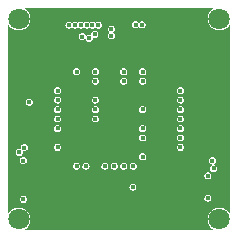
<source format=gbr>
%TF.GenerationSoftware,KiCad,Pcbnew,9.0.2*%
%TF.CreationDate,2025-10-20T10:27:04+08:00*%
%TF.ProjectId,IMX415,494d5834-3135-42e6-9b69-6361645f7063,rev?*%
%TF.SameCoordinates,Original*%
%TF.FileFunction,Copper,L2,Inr*%
%TF.FilePolarity,Positive*%
%FSLAX46Y46*%
G04 Gerber Fmt 4.6, Leading zero omitted, Abs format (unit mm)*
G04 Created by KiCad (PCBNEW 9.0.2) date 2025-10-20 10:27:04*
%MOMM*%
%LPD*%
G01*
G04 APERTURE LIST*
%TA.AperFunction,ComponentPad*%
%ADD10C,1.800000*%
%TD*%
%TA.AperFunction,ViaPad*%
%ADD11C,0.400000*%
%TD*%
G04 APERTURE END LIST*
D10*
%TO.N,*%
%TO.C,J1*%
X154753700Y-101950271D03*
X154753700Y-118950271D03*
X171753700Y-101950271D03*
X171753700Y-118950271D03*
%TD*%
D11*
%TO.N,GND*%
X158928700Y-104125000D03*
X165960000Y-102460000D03*
%TO.N,VCC*%
X155230000Y-112880000D03*
X154810000Y-113270000D03*
X171250000Y-114640000D03*
X171160000Y-113990000D03*
X170780000Y-117160000D03*
X170780000Y-115260000D03*
X155140001Y-113969999D03*
X161500000Y-102500000D03*
X161000000Y-102500000D03*
X160500000Y-102500000D03*
X160000000Y-102500000D03*
X159500000Y-102500000D03*
X159000000Y-102500000D03*
%TO.N,/SCL*%
X160130000Y-103475000D03*
%TO.N,/XCLR*%
X161191200Y-103278800D03*
%TO.N,GND*%
X159653701Y-110450271D03*
X166853700Y-112050271D03*
%TO.N,/INCK*%
X155655000Y-109025000D03*
%TO.N,/SDA*%
X160725000Y-103620000D03*
%TO.N,AVDD*%
X161253700Y-109650271D03*
X161253701Y-108850272D03*
X165253700Y-112050271D03*
X165253700Y-111250271D03*
X165253700Y-109650271D03*
X161253700Y-110450271D03*
%TO.N,GND*%
X166853700Y-111250271D03*
X164130000Y-104770000D03*
X168478700Y-101815000D03*
X160453701Y-109650272D03*
X163470000Y-105850000D03*
X160453700Y-111250270D03*
X159653700Y-108050271D03*
X161253700Y-113650271D03*
X163128700Y-101815000D03*
X166853700Y-108850271D03*
X166853700Y-113650271D03*
X157778700Y-101815000D03*
X160453700Y-107250271D03*
X161930000Y-103030000D03*
X158853700Y-108850271D03*
X165253701Y-110450271D03*
X166053700Y-108850271D03*
X158053700Y-112050271D03*
X160453700Y-113650271D03*
X159653700Y-111250271D03*
X162053700Y-113650271D03*
X168728700Y-104114999D03*
X166053700Y-108050271D03*
X157528700Y-104114999D03*
X158853700Y-108050271D03*
%TO.N,OVDD*%
X162853700Y-114450271D03*
X158053700Y-108850271D03*
X158053701Y-109650271D03*
X168453700Y-111250271D03*
X155150000Y-117250000D03*
X164430000Y-116209999D03*
%TO.N,DVDD*%
X168453700Y-109650271D03*
X158053700Y-111250271D03*
X158053700Y-108050271D03*
X168453700Y-108050271D03*
X168453700Y-112050271D03*
X168453700Y-108850271D03*
X158053700Y-110450271D03*
X168453700Y-112850271D03*
X168453700Y-110450271D03*
X159653700Y-106450272D03*
X162053700Y-114450271D03*
%TO.N,Net-(U1A-VRLRS)*%
X159653700Y-114450272D03*
%TO.N,Net-(U1A-VRHT)*%
X158053700Y-112850271D03*
%TO.N,Net-(U1A-VRLT)*%
X160453700Y-114450271D03*
%TO.N,/SDA*%
X164453700Y-114450271D03*
%TO.N,/SCL*%
X165253700Y-113650271D03*
%TO.N,/DMO2N*%
X165253700Y-107250271D03*
%TO.N,/DMO3P*%
X161253700Y-107250271D03*
%TO.N,/DCKP*%
X163653700Y-107250272D03*
%TO.N,/DCKN*%
X163653701Y-106450272D03*
%TO.N,/DMO3N*%
X161253700Y-106450270D03*
%TO.N,GND*%
X163653700Y-113650271D03*
%TO.N,/DMO1N*%
X162610000Y-103395000D03*
%TO.N,/DMO4N*%
X164653700Y-102477645D03*
%TO.N,/DMO4P*%
X165203700Y-102477645D03*
%TO.N,/DMO1P*%
X162610000Y-102845000D03*
%TO.N,/XCLR*%
X163653700Y-114450271D03*
%TO.N,/DMO2P*%
X165253700Y-106450270D03*
%TO.N,GND*%
X164453700Y-113650271D03*
%TD*%
%TA.AperFunction,Conductor*%
%TO.N,GND*%
G36*
X171172161Y-101065123D02*
G01*
X171186513Y-101099771D01*
X171172161Y-101134419D01*
X171164736Y-101140513D01*
X171115918Y-101173131D01*
X170976560Y-101312489D01*
X170867066Y-101476360D01*
X170791649Y-101658434D01*
X170791647Y-101658443D01*
X170753200Y-101851726D01*
X170753200Y-102048815D01*
X170791647Y-102242098D01*
X170791649Y-102242107D01*
X170867066Y-102424181D01*
X170867068Y-102424185D01*
X170929223Y-102517207D01*
X170976557Y-102588048D01*
X170976561Y-102588053D01*
X171115918Y-102727410D01*
X171279786Y-102836903D01*
X171461865Y-102912322D01*
X171655159Y-102950771D01*
X171852241Y-102950771D01*
X172045535Y-102912322D01*
X172227614Y-102836903D01*
X172391482Y-102727410D01*
X172530839Y-102588053D01*
X172563458Y-102539234D01*
X172594640Y-102518399D01*
X172631422Y-102525715D01*
X172652258Y-102556897D01*
X172653200Y-102566457D01*
X172653200Y-118334084D01*
X172638848Y-118368732D01*
X172604200Y-118383084D01*
X172569552Y-118368732D01*
X172563458Y-118361307D01*
X172530839Y-118312489D01*
X172391481Y-118173131D01*
X172337350Y-118136962D01*
X172227614Y-118063639D01*
X172227611Y-118063637D01*
X172227610Y-118063637D01*
X172045536Y-117988220D01*
X172045527Y-117988218D01*
X171852244Y-117949771D01*
X171852241Y-117949771D01*
X171655159Y-117949771D01*
X171655155Y-117949771D01*
X171461872Y-117988218D01*
X171461863Y-117988220D01*
X171279789Y-118063637D01*
X171115918Y-118173131D01*
X170976560Y-118312489D01*
X170867066Y-118476360D01*
X170791649Y-118658434D01*
X170791647Y-118658443D01*
X170753200Y-118851726D01*
X170753200Y-119048815D01*
X170791647Y-119242098D01*
X170791649Y-119242107D01*
X170867066Y-119424181D01*
X170867068Y-119424185D01*
X170940391Y-119533921D01*
X170976560Y-119588052D01*
X171115918Y-119727410D01*
X171164736Y-119760029D01*
X171185571Y-119791211D01*
X171178255Y-119827994D01*
X171147073Y-119848829D01*
X171137513Y-119849771D01*
X155369887Y-119849771D01*
X155335239Y-119835419D01*
X155320887Y-119800771D01*
X155335239Y-119766123D01*
X155342664Y-119760029D01*
X155391482Y-119727410D01*
X155530839Y-119588053D01*
X155640332Y-119424185D01*
X155715751Y-119242106D01*
X155754200Y-119048812D01*
X155754200Y-118851730D01*
X155715751Y-118658436D01*
X155640332Y-118476357D01*
X155530839Y-118312489D01*
X155391482Y-118173132D01*
X155227614Y-118063639D01*
X155227611Y-118063637D01*
X155227610Y-118063637D01*
X155045536Y-117988220D01*
X155045527Y-117988218D01*
X154852244Y-117949771D01*
X154852241Y-117949771D01*
X154655159Y-117949771D01*
X154655155Y-117949771D01*
X154461872Y-117988218D01*
X154461863Y-117988220D01*
X154279789Y-118063637D01*
X154115918Y-118173131D01*
X153976560Y-118312489D01*
X153943942Y-118361307D01*
X153912760Y-118382142D01*
X153875977Y-118374826D01*
X153855142Y-118343644D01*
X153854200Y-118334084D01*
X153854200Y-117210436D01*
X154849500Y-117210436D01*
X154849500Y-117289563D01*
X154869979Y-117365989D01*
X154869979Y-117365991D01*
X154909540Y-117434511D01*
X154965489Y-117490460D01*
X155034011Y-117530021D01*
X155069478Y-117539524D01*
X155110436Y-117550500D01*
X155110438Y-117550500D01*
X155189564Y-117550500D01*
X155216230Y-117543354D01*
X155265989Y-117530021D01*
X155334511Y-117490460D01*
X155390460Y-117434511D01*
X155430021Y-117365989D01*
X155450500Y-117289562D01*
X155450500Y-117210438D01*
X155450500Y-117210436D01*
X155441843Y-117178134D01*
X155430021Y-117134011D01*
X155430020Y-117134009D01*
X155430020Y-117134008D01*
X155422184Y-117120436D01*
X170479500Y-117120436D01*
X170479500Y-117199563D01*
X170499979Y-117275989D01*
X170499979Y-117275991D01*
X170539540Y-117344511D01*
X170595489Y-117400460D01*
X170664011Y-117440021D01*
X170699478Y-117449524D01*
X170740436Y-117460500D01*
X170740438Y-117460500D01*
X170819564Y-117460500D01*
X170846230Y-117453354D01*
X170895989Y-117440021D01*
X170964511Y-117400460D01*
X171020460Y-117344511D01*
X171060021Y-117275989D01*
X171080500Y-117199562D01*
X171080500Y-117120438D01*
X171080500Y-117120436D01*
X171065776Y-117065489D01*
X171060021Y-117044011D01*
X171060020Y-117044009D01*
X171060020Y-117044008D01*
X171020459Y-116975488D01*
X170964511Y-116919540D01*
X170895990Y-116879979D01*
X170819564Y-116859500D01*
X170819562Y-116859500D01*
X170740438Y-116859500D01*
X170740436Y-116859500D01*
X170664010Y-116879979D01*
X170664008Y-116879979D01*
X170595488Y-116919540D01*
X170595488Y-116919541D01*
X170539541Y-116975488D01*
X170539540Y-116975488D01*
X170499979Y-117044008D01*
X170499979Y-117044010D01*
X170479500Y-117120436D01*
X155422184Y-117120436D01*
X155390459Y-117065488D01*
X155334511Y-117009540D01*
X155265990Y-116969979D01*
X155189564Y-116949500D01*
X155189562Y-116949500D01*
X155110438Y-116949500D01*
X155110436Y-116949500D01*
X155034010Y-116969979D01*
X155034008Y-116969979D01*
X154965488Y-117009540D01*
X154965488Y-117009541D01*
X154909541Y-117065488D01*
X154909540Y-117065488D01*
X154869979Y-117134008D01*
X154869979Y-117134010D01*
X154849500Y-117210436D01*
X153854200Y-117210436D01*
X153854200Y-116170435D01*
X164129500Y-116170435D01*
X164129500Y-116249562D01*
X164149979Y-116325988D01*
X164149979Y-116325990D01*
X164189540Y-116394510D01*
X164245489Y-116450459D01*
X164314011Y-116490020D01*
X164349478Y-116499523D01*
X164390436Y-116510499D01*
X164390438Y-116510499D01*
X164469564Y-116510499D01*
X164496230Y-116503353D01*
X164545989Y-116490020D01*
X164614511Y-116450459D01*
X164670460Y-116394510D01*
X164710021Y-116325988D01*
X164730500Y-116249561D01*
X164730500Y-116170437D01*
X164730500Y-116170435D01*
X164721843Y-116138133D01*
X164710021Y-116094010D01*
X164710020Y-116094008D01*
X164710020Y-116094007D01*
X164670459Y-116025487D01*
X164614511Y-115969539D01*
X164545990Y-115929978D01*
X164469564Y-115909499D01*
X164469562Y-115909499D01*
X164390438Y-115909499D01*
X164390436Y-115909499D01*
X164314010Y-115929978D01*
X164314008Y-115929978D01*
X164245488Y-115969539D01*
X164245488Y-115969540D01*
X164189541Y-116025487D01*
X164189540Y-116025487D01*
X164149979Y-116094007D01*
X164149979Y-116094009D01*
X164129500Y-116170435D01*
X153854200Y-116170435D01*
X153854200Y-115220436D01*
X170479500Y-115220436D01*
X170479500Y-115299563D01*
X170499979Y-115375989D01*
X170499979Y-115375991D01*
X170539540Y-115444511D01*
X170595489Y-115500460D01*
X170664011Y-115540021D01*
X170699478Y-115549524D01*
X170740436Y-115560500D01*
X170740438Y-115560500D01*
X170819564Y-115560500D01*
X170846230Y-115553354D01*
X170895989Y-115540021D01*
X170964511Y-115500460D01*
X171020460Y-115444511D01*
X171060021Y-115375989D01*
X171080500Y-115299562D01*
X171080500Y-115220438D01*
X171080500Y-115220436D01*
X171071843Y-115188134D01*
X171060021Y-115144011D01*
X171060020Y-115144009D01*
X171060020Y-115144008D01*
X171020459Y-115075488D01*
X170964511Y-115019540D01*
X170895990Y-114979979D01*
X170819564Y-114959500D01*
X170819562Y-114959500D01*
X170740438Y-114959500D01*
X170740436Y-114959500D01*
X170664010Y-114979979D01*
X170664008Y-114979979D01*
X170595488Y-115019540D01*
X170595488Y-115019541D01*
X170539541Y-115075488D01*
X170539540Y-115075488D01*
X170499979Y-115144008D01*
X170499979Y-115144010D01*
X170479500Y-115220436D01*
X153854200Y-115220436D01*
X153854200Y-114410708D01*
X159353200Y-114410708D01*
X159353200Y-114489835D01*
X159373679Y-114566261D01*
X159373679Y-114566263D01*
X159413239Y-114634782D01*
X159413240Y-114634783D01*
X159469189Y-114690732D01*
X159519349Y-114719692D01*
X159537707Y-114730291D01*
X159537711Y-114730293D01*
X159573178Y-114739796D01*
X159614136Y-114750772D01*
X159614138Y-114750772D01*
X159693264Y-114750772D01*
X159719930Y-114743626D01*
X159769689Y-114730293D01*
X159769693Y-114730291D01*
X159778870Y-114724992D01*
X159838211Y-114690732D01*
X159894160Y-114634783D01*
X159933721Y-114566261D01*
X159954200Y-114489834D01*
X159954200Y-114410710D01*
X159954200Y-114410709D01*
X159954200Y-114410708D01*
X159954200Y-114410707D01*
X160153200Y-114410707D01*
X160153200Y-114489834D01*
X160173679Y-114566260D01*
X160173679Y-114566262D01*
X160213240Y-114634782D01*
X160269189Y-114690731D01*
X160337711Y-114730292D01*
X160373178Y-114739795D01*
X160414136Y-114750771D01*
X160414138Y-114750771D01*
X160493264Y-114750771D01*
X160519930Y-114743625D01*
X160569689Y-114730292D01*
X160638211Y-114690731D01*
X160694160Y-114634782D01*
X160733721Y-114566260D01*
X160749871Y-114505984D01*
X160754200Y-114489834D01*
X160754200Y-114410707D01*
X161753200Y-114410707D01*
X161753200Y-114489834D01*
X161773679Y-114566260D01*
X161773679Y-114566262D01*
X161813240Y-114634782D01*
X161869189Y-114690731D01*
X161937711Y-114730292D01*
X161973178Y-114739795D01*
X162014136Y-114750771D01*
X162014138Y-114750771D01*
X162093264Y-114750771D01*
X162119930Y-114743625D01*
X162169689Y-114730292D01*
X162238211Y-114690731D01*
X162294160Y-114634782D01*
X162333721Y-114566260D01*
X162349871Y-114505984D01*
X162354200Y-114489834D01*
X162354200Y-114410707D01*
X162553200Y-114410707D01*
X162553200Y-114489834D01*
X162573679Y-114566260D01*
X162573679Y-114566262D01*
X162613240Y-114634782D01*
X162669189Y-114690731D01*
X162737711Y-114730292D01*
X162773178Y-114739795D01*
X162814136Y-114750771D01*
X162814138Y-114750771D01*
X162893264Y-114750771D01*
X162919930Y-114743625D01*
X162969689Y-114730292D01*
X163038211Y-114690731D01*
X163094160Y-114634782D01*
X163133721Y-114566260D01*
X163149871Y-114505984D01*
X163154200Y-114489834D01*
X163154200Y-114410707D01*
X163353200Y-114410707D01*
X163353200Y-114489834D01*
X163373679Y-114566260D01*
X163373679Y-114566262D01*
X163413240Y-114634782D01*
X163469189Y-114690731D01*
X163537711Y-114730292D01*
X163573178Y-114739795D01*
X163614136Y-114750771D01*
X163614138Y-114750771D01*
X163693264Y-114750771D01*
X163719930Y-114743625D01*
X163769689Y-114730292D01*
X163838211Y-114690731D01*
X163894160Y-114634782D01*
X163933721Y-114566260D01*
X163949871Y-114505984D01*
X163954200Y-114489834D01*
X163954200Y-114410707D01*
X164153200Y-114410707D01*
X164153200Y-114489834D01*
X164173679Y-114566260D01*
X164173679Y-114566262D01*
X164213240Y-114634782D01*
X164269189Y-114690731D01*
X164337711Y-114730292D01*
X164373178Y-114739795D01*
X164414136Y-114750771D01*
X164414138Y-114750771D01*
X164493264Y-114750771D01*
X164519930Y-114743625D01*
X164569689Y-114730292D01*
X164638211Y-114690731D01*
X164694160Y-114634782D01*
X164733721Y-114566260D01*
X164749871Y-114505984D01*
X164754200Y-114489834D01*
X164754200Y-114410707D01*
X164744405Y-114374156D01*
X164733721Y-114334282D01*
X164733720Y-114334280D01*
X164733720Y-114334279D01*
X164705612Y-114285595D01*
X164694160Y-114265760D01*
X164638211Y-114209811D01*
X164569690Y-114170250D01*
X164493264Y-114149771D01*
X164493262Y-114149771D01*
X164414138Y-114149771D01*
X164414136Y-114149771D01*
X164337710Y-114170250D01*
X164337708Y-114170250D01*
X164269188Y-114209811D01*
X164269188Y-114209812D01*
X164213241Y-114265759D01*
X164213240Y-114265759D01*
X164173679Y-114334279D01*
X164173679Y-114334281D01*
X164153200Y-114410707D01*
X163954200Y-114410707D01*
X163944405Y-114374156D01*
X163933721Y-114334282D01*
X163933720Y-114334280D01*
X163933720Y-114334279D01*
X163905612Y-114285595D01*
X163894160Y-114265760D01*
X163838211Y-114209811D01*
X163769690Y-114170250D01*
X163693264Y-114149771D01*
X163693262Y-114149771D01*
X163614138Y-114149771D01*
X163614136Y-114149771D01*
X163537710Y-114170250D01*
X163537708Y-114170250D01*
X163469188Y-114209811D01*
X163469188Y-114209812D01*
X163413241Y-114265759D01*
X163413240Y-114265759D01*
X163373679Y-114334279D01*
X163373679Y-114334281D01*
X163353200Y-114410707D01*
X163154200Y-114410707D01*
X163144405Y-114374156D01*
X163133721Y-114334282D01*
X163133720Y-114334280D01*
X163133720Y-114334279D01*
X163105612Y-114285595D01*
X163094160Y-114265760D01*
X163038211Y-114209811D01*
X162969690Y-114170250D01*
X162893264Y-114149771D01*
X162893262Y-114149771D01*
X162814138Y-114149771D01*
X162814136Y-114149771D01*
X162737710Y-114170250D01*
X162737708Y-114170250D01*
X162669188Y-114209811D01*
X162669188Y-114209812D01*
X162613241Y-114265759D01*
X162613240Y-114265759D01*
X162573679Y-114334279D01*
X162573679Y-114334281D01*
X162553200Y-114410707D01*
X162354200Y-114410707D01*
X162344405Y-114374156D01*
X162333721Y-114334282D01*
X162333720Y-114334280D01*
X162333720Y-114334279D01*
X162305612Y-114285595D01*
X162294160Y-114265760D01*
X162238211Y-114209811D01*
X162169690Y-114170250D01*
X162093264Y-114149771D01*
X162093262Y-114149771D01*
X162014138Y-114149771D01*
X162014136Y-114149771D01*
X161937710Y-114170250D01*
X161937708Y-114170250D01*
X161869188Y-114209811D01*
X161869188Y-114209812D01*
X161813241Y-114265759D01*
X161813240Y-114265759D01*
X161773679Y-114334279D01*
X161773679Y-114334281D01*
X161753200Y-114410707D01*
X160754200Y-114410707D01*
X160744405Y-114374156D01*
X160733721Y-114334282D01*
X160733720Y-114334280D01*
X160733720Y-114334279D01*
X160705612Y-114285595D01*
X160694160Y-114265760D01*
X160638211Y-114209811D01*
X160569690Y-114170250D01*
X160493264Y-114149771D01*
X160493262Y-114149771D01*
X160414138Y-114149771D01*
X160414136Y-114149771D01*
X160337710Y-114170250D01*
X160337708Y-114170250D01*
X160269188Y-114209811D01*
X160269188Y-114209812D01*
X160213241Y-114265759D01*
X160213240Y-114265759D01*
X160173679Y-114334279D01*
X160173679Y-114334281D01*
X160153200Y-114410707D01*
X159954200Y-114410707D01*
X159940606Y-114359979D01*
X159933721Y-114334283D01*
X159933720Y-114334281D01*
X159933720Y-114334280D01*
X159896895Y-114270499D01*
X159894160Y-114265761D01*
X159838211Y-114209812D01*
X159838209Y-114209811D01*
X159769690Y-114170251D01*
X159693264Y-114149772D01*
X159693262Y-114149772D01*
X159614138Y-114149772D01*
X159614136Y-114149772D01*
X159537710Y-114170251D01*
X159537708Y-114170251D01*
X159469188Y-114209812D01*
X159469188Y-114209813D01*
X159413241Y-114265760D01*
X159413240Y-114265760D01*
X159373679Y-114334280D01*
X159373679Y-114334282D01*
X159353200Y-114410708D01*
X153854200Y-114410708D01*
X153854200Y-113930435D01*
X154839501Y-113930435D01*
X154839501Y-114009562D01*
X154859980Y-114085988D01*
X154859980Y-114085990D01*
X154899541Y-114154510D01*
X154955490Y-114210459D01*
X155024012Y-114250020D01*
X155045740Y-114255842D01*
X155100437Y-114270499D01*
X155100439Y-114270499D01*
X155179565Y-114270499D01*
X155206231Y-114263353D01*
X155255990Y-114250020D01*
X155324512Y-114210459D01*
X155380461Y-114154510D01*
X155420022Y-114085988D01*
X155440501Y-114009561D01*
X155440501Y-113930437D01*
X155440501Y-113930435D01*
X155431844Y-113898133D01*
X155420022Y-113854010D01*
X155420021Y-113854008D01*
X155420021Y-113854007D01*
X155394940Y-113810567D01*
X155380461Y-113785488D01*
X155324512Y-113729539D01*
X155290633Y-113709979D01*
X155255991Y-113689978D01*
X155179565Y-113669499D01*
X155179563Y-113669499D01*
X155100439Y-113669499D01*
X155100437Y-113669499D01*
X155024011Y-113689978D01*
X155024009Y-113689978D01*
X154955489Y-113729539D01*
X154955489Y-113729540D01*
X154899542Y-113785487D01*
X154899541Y-113785487D01*
X154859980Y-113854007D01*
X154859980Y-113854009D01*
X154839501Y-113930435D01*
X153854200Y-113930435D01*
X153854200Y-113610707D01*
X164953200Y-113610707D01*
X164953200Y-113689834D01*
X164973679Y-113766260D01*
X164973679Y-113766262D01*
X165013240Y-113834782D01*
X165069189Y-113890731D01*
X165137711Y-113930292D01*
X165173178Y-113939795D01*
X165214136Y-113950771D01*
X165214138Y-113950771D01*
X165293264Y-113950771D01*
X165294514Y-113950436D01*
X170859500Y-113950436D01*
X170859500Y-114029563D01*
X170879979Y-114105989D01*
X170879979Y-114105991D01*
X170905256Y-114149771D01*
X170919540Y-114174511D01*
X170975489Y-114230460D01*
X171044011Y-114270021D01*
X171073671Y-114277968D01*
X171097638Y-114284391D01*
X171127391Y-114307222D01*
X171132285Y-114344404D01*
X171109455Y-114374156D01*
X171065488Y-114399540D01*
X171065488Y-114399541D01*
X171009541Y-114455488D01*
X171009540Y-114455488D01*
X170969979Y-114524008D01*
X170969979Y-114524010D01*
X170949500Y-114600436D01*
X170949500Y-114679563D01*
X170969979Y-114755989D01*
X170969979Y-114755991D01*
X171009540Y-114824511D01*
X171065489Y-114880460D01*
X171134011Y-114920021D01*
X171169478Y-114929524D01*
X171210436Y-114940500D01*
X171210438Y-114940500D01*
X171289564Y-114940500D01*
X171316230Y-114933354D01*
X171365989Y-114920021D01*
X171434511Y-114880460D01*
X171490460Y-114824511D01*
X171530021Y-114755989D01*
X171547507Y-114690731D01*
X171550500Y-114679563D01*
X171550500Y-114600436D01*
X171541342Y-114566260D01*
X171530021Y-114524011D01*
X171530020Y-114524009D01*
X171530020Y-114524008D01*
X171490459Y-114455488D01*
X171434511Y-114399540D01*
X171365990Y-114359979D01*
X171312361Y-114345608D01*
X171282608Y-114322777D01*
X171277714Y-114285595D01*
X171300542Y-114255844D01*
X171344511Y-114230460D01*
X171400460Y-114174511D01*
X171440021Y-114105989D01*
X171460500Y-114029562D01*
X171460500Y-113950438D01*
X171460500Y-113950436D01*
X171451843Y-113918134D01*
X171440021Y-113874011D01*
X171440020Y-113874009D01*
X171440020Y-113874008D01*
X171400459Y-113805488D01*
X171344511Y-113749540D01*
X171275990Y-113709979D01*
X171199564Y-113689500D01*
X171199562Y-113689500D01*
X171120438Y-113689500D01*
X171120436Y-113689500D01*
X171044010Y-113709979D01*
X171044008Y-113709979D01*
X170975488Y-113749540D01*
X170975488Y-113749541D01*
X170919541Y-113805488D01*
X170919540Y-113805488D01*
X170879979Y-113874008D01*
X170879979Y-113874010D01*
X170859500Y-113950436D01*
X165294514Y-113950436D01*
X165319930Y-113943625D01*
X165369689Y-113930292D01*
X165438211Y-113890731D01*
X165494160Y-113834782D01*
X165533721Y-113766260D01*
X165554200Y-113689833D01*
X165554200Y-113610709D01*
X165554200Y-113610707D01*
X165537938Y-113550020D01*
X165533721Y-113534282D01*
X165533720Y-113534280D01*
X165533720Y-113534279D01*
X165494159Y-113465759D01*
X165438211Y-113409811D01*
X165369690Y-113370250D01*
X165293264Y-113349771D01*
X165293262Y-113349771D01*
X165214138Y-113349771D01*
X165214136Y-113349771D01*
X165137710Y-113370250D01*
X165137708Y-113370250D01*
X165069188Y-113409811D01*
X165069188Y-113409812D01*
X165013241Y-113465759D01*
X165013240Y-113465759D01*
X164973679Y-113534279D01*
X164973679Y-113534281D01*
X164953200Y-113610707D01*
X153854200Y-113610707D01*
X153854200Y-113230436D01*
X154509500Y-113230436D01*
X154509500Y-113309563D01*
X154529979Y-113385989D01*
X154529979Y-113385991D01*
X154569540Y-113454511D01*
X154625489Y-113510460D01*
X154694011Y-113550021D01*
X154729478Y-113559524D01*
X154770436Y-113570500D01*
X154770438Y-113570500D01*
X154849564Y-113570500D01*
X154888125Y-113560167D01*
X154893072Y-113558841D01*
X154925989Y-113550021D01*
X154994511Y-113510460D01*
X155050460Y-113454511D01*
X155090021Y-113385989D01*
X155110500Y-113309562D01*
X155110500Y-113230438D01*
X155110334Y-113229177D01*
X155110500Y-113228557D01*
X155110500Y-113227226D01*
X155110857Y-113227226D01*
X155120041Y-113192952D01*
X155152520Y-113174201D01*
X155171598Y-113175452D01*
X155190436Y-113180500D01*
X155190438Y-113180500D01*
X155269564Y-113180500D01*
X155296230Y-113173354D01*
X155345989Y-113160021D01*
X155414511Y-113120460D01*
X155470460Y-113064511D01*
X155510021Y-112995989D01*
X155526171Y-112935713D01*
X155530500Y-112919563D01*
X155530500Y-112840436D01*
X155525072Y-112820180D01*
X155522533Y-112810707D01*
X157753200Y-112810707D01*
X157753200Y-112889834D01*
X157773679Y-112966260D01*
X157773679Y-112966262D01*
X157810214Y-113029541D01*
X157813240Y-113034782D01*
X157869189Y-113090731D01*
X157937711Y-113130292D01*
X157973178Y-113139795D01*
X158014136Y-113150771D01*
X158014138Y-113150771D01*
X158093264Y-113150771D01*
X158125062Y-113142250D01*
X158169689Y-113130292D01*
X158238211Y-113090731D01*
X158294160Y-113034782D01*
X158333721Y-112966260D01*
X158354200Y-112889833D01*
X158354200Y-112810709D01*
X158354200Y-112810707D01*
X168153200Y-112810707D01*
X168153200Y-112889834D01*
X168173679Y-112966260D01*
X168173679Y-112966262D01*
X168210214Y-113029541D01*
X168213240Y-113034782D01*
X168269189Y-113090731D01*
X168337711Y-113130292D01*
X168373178Y-113139795D01*
X168414136Y-113150771D01*
X168414138Y-113150771D01*
X168493264Y-113150771D01*
X168525062Y-113142250D01*
X168569689Y-113130292D01*
X168638211Y-113090731D01*
X168694160Y-113034782D01*
X168733721Y-112966260D01*
X168754200Y-112889833D01*
X168754200Y-112810709D01*
X168754200Y-112810707D01*
X168741686Y-112764008D01*
X168733721Y-112734282D01*
X168733720Y-112734280D01*
X168733720Y-112734279D01*
X168694159Y-112665759D01*
X168638211Y-112609811D01*
X168569690Y-112570250D01*
X168493264Y-112549771D01*
X168493262Y-112549771D01*
X168414138Y-112549771D01*
X168414136Y-112549771D01*
X168337710Y-112570250D01*
X168337708Y-112570250D01*
X168269188Y-112609811D01*
X168269188Y-112609812D01*
X168213241Y-112665759D01*
X168213240Y-112665759D01*
X168173679Y-112734279D01*
X168173679Y-112734281D01*
X168153200Y-112810707D01*
X158354200Y-112810707D01*
X158341686Y-112764008D01*
X158333721Y-112734282D01*
X158333720Y-112734280D01*
X158333720Y-112734279D01*
X158294159Y-112665759D01*
X158238211Y-112609811D01*
X158169690Y-112570250D01*
X158093264Y-112549771D01*
X158093262Y-112549771D01*
X158014138Y-112549771D01*
X158014136Y-112549771D01*
X157937710Y-112570250D01*
X157937708Y-112570250D01*
X157869188Y-112609811D01*
X157869188Y-112609812D01*
X157813241Y-112665759D01*
X157813240Y-112665759D01*
X157773679Y-112734279D01*
X157773679Y-112734281D01*
X157753200Y-112810707D01*
X155522533Y-112810707D01*
X155521434Y-112806607D01*
X155510021Y-112764011D01*
X155510020Y-112764009D01*
X155510020Y-112764008D01*
X155470459Y-112695488D01*
X155414511Y-112639540D01*
X155345990Y-112599979D01*
X155269564Y-112579500D01*
X155269562Y-112579500D01*
X155190438Y-112579500D01*
X155190436Y-112579500D01*
X155114010Y-112599979D01*
X155114008Y-112599979D01*
X155045488Y-112639540D01*
X155045488Y-112639541D01*
X154989541Y-112695488D01*
X154989540Y-112695488D01*
X154949979Y-112764008D01*
X154949979Y-112764010D01*
X154929500Y-112840436D01*
X154929500Y-112919568D01*
X154929666Y-112920831D01*
X154929500Y-112921450D01*
X154929500Y-112922774D01*
X154929145Y-112922774D01*
X154919952Y-112957054D01*
X154887470Y-112975799D01*
X154868403Y-112974548D01*
X154849563Y-112969500D01*
X154849562Y-112969500D01*
X154770438Y-112969500D01*
X154770436Y-112969500D01*
X154694010Y-112989979D01*
X154694008Y-112989979D01*
X154625488Y-113029540D01*
X154625488Y-113029541D01*
X154569541Y-113085488D01*
X154569540Y-113085488D01*
X154529979Y-113154008D01*
X154529979Y-113154010D01*
X154509500Y-113230436D01*
X153854200Y-113230436D01*
X153854200Y-112010707D01*
X164953200Y-112010707D01*
X164953200Y-112089834D01*
X164973679Y-112166260D01*
X164973679Y-112166262D01*
X165013240Y-112234782D01*
X165069189Y-112290731D01*
X165137711Y-112330292D01*
X165173178Y-112339795D01*
X165214136Y-112350771D01*
X165214138Y-112350771D01*
X165293264Y-112350771D01*
X165319930Y-112343625D01*
X165369689Y-112330292D01*
X165438211Y-112290731D01*
X165494160Y-112234782D01*
X165533721Y-112166260D01*
X165554200Y-112089833D01*
X165554200Y-112010709D01*
X165554200Y-112010707D01*
X168153200Y-112010707D01*
X168153200Y-112089834D01*
X168173679Y-112166260D01*
X168173679Y-112166262D01*
X168213240Y-112234782D01*
X168269189Y-112290731D01*
X168337711Y-112330292D01*
X168373178Y-112339795D01*
X168414136Y-112350771D01*
X168414138Y-112350771D01*
X168493264Y-112350771D01*
X168519930Y-112343625D01*
X168569689Y-112330292D01*
X168638211Y-112290731D01*
X168694160Y-112234782D01*
X168733721Y-112166260D01*
X168754200Y-112089833D01*
X168754200Y-112010709D01*
X168754200Y-112010707D01*
X168745543Y-111978405D01*
X168733721Y-111934282D01*
X168733720Y-111934280D01*
X168733720Y-111934279D01*
X168694159Y-111865759D01*
X168638211Y-111809811D01*
X168569690Y-111770250D01*
X168493264Y-111749771D01*
X168493262Y-111749771D01*
X168414138Y-111749771D01*
X168414136Y-111749771D01*
X168337710Y-111770250D01*
X168337708Y-111770250D01*
X168269188Y-111809811D01*
X168269188Y-111809812D01*
X168213241Y-111865759D01*
X168213240Y-111865759D01*
X168173679Y-111934279D01*
X168173679Y-111934281D01*
X168153200Y-112010707D01*
X165554200Y-112010707D01*
X165545543Y-111978405D01*
X165533721Y-111934282D01*
X165533720Y-111934280D01*
X165533720Y-111934279D01*
X165494159Y-111865759D01*
X165438211Y-111809811D01*
X165369690Y-111770250D01*
X165293264Y-111749771D01*
X165293262Y-111749771D01*
X165214138Y-111749771D01*
X165214136Y-111749771D01*
X165137710Y-111770250D01*
X165137708Y-111770250D01*
X165069188Y-111809811D01*
X165069188Y-111809812D01*
X165013241Y-111865759D01*
X165013240Y-111865759D01*
X164973679Y-111934279D01*
X164973679Y-111934281D01*
X164953200Y-112010707D01*
X153854200Y-112010707D01*
X153854200Y-111210707D01*
X157753200Y-111210707D01*
X157753200Y-111289834D01*
X157773679Y-111366260D01*
X157773679Y-111366262D01*
X157813240Y-111434782D01*
X157869189Y-111490731D01*
X157937711Y-111530292D01*
X157973178Y-111539795D01*
X158014136Y-111550771D01*
X158014138Y-111550771D01*
X158093264Y-111550771D01*
X158119930Y-111543625D01*
X158169689Y-111530292D01*
X158238211Y-111490731D01*
X158294160Y-111434782D01*
X158333721Y-111366260D01*
X158354200Y-111289833D01*
X158354200Y-111210709D01*
X158354200Y-111210707D01*
X164953200Y-111210707D01*
X164953200Y-111289834D01*
X164973679Y-111366260D01*
X164973679Y-111366262D01*
X165013240Y-111434782D01*
X165069189Y-111490731D01*
X165137711Y-111530292D01*
X165173178Y-111539795D01*
X165214136Y-111550771D01*
X165214138Y-111550771D01*
X165293264Y-111550771D01*
X165319930Y-111543625D01*
X165369689Y-111530292D01*
X165438211Y-111490731D01*
X165494160Y-111434782D01*
X165533721Y-111366260D01*
X165554200Y-111289833D01*
X165554200Y-111210709D01*
X165554200Y-111210707D01*
X168153200Y-111210707D01*
X168153200Y-111289834D01*
X168173679Y-111366260D01*
X168173679Y-111366262D01*
X168213240Y-111434782D01*
X168269189Y-111490731D01*
X168337711Y-111530292D01*
X168373178Y-111539795D01*
X168414136Y-111550771D01*
X168414138Y-111550771D01*
X168493264Y-111550771D01*
X168519930Y-111543625D01*
X168569689Y-111530292D01*
X168638211Y-111490731D01*
X168694160Y-111434782D01*
X168733721Y-111366260D01*
X168754200Y-111289833D01*
X168754200Y-111210709D01*
X168754200Y-111210707D01*
X168745543Y-111178405D01*
X168733721Y-111134282D01*
X168733720Y-111134280D01*
X168733720Y-111134279D01*
X168694159Y-111065759D01*
X168638211Y-111009811D01*
X168569690Y-110970250D01*
X168493264Y-110949771D01*
X168493262Y-110949771D01*
X168414138Y-110949771D01*
X168414136Y-110949771D01*
X168337710Y-110970250D01*
X168337708Y-110970250D01*
X168269188Y-111009811D01*
X168269188Y-111009812D01*
X168213241Y-111065759D01*
X168213240Y-111065759D01*
X168173679Y-111134279D01*
X168173679Y-111134281D01*
X168153200Y-111210707D01*
X165554200Y-111210707D01*
X165545543Y-111178405D01*
X165533721Y-111134282D01*
X165533720Y-111134280D01*
X165533720Y-111134279D01*
X165494159Y-111065759D01*
X165438211Y-111009811D01*
X165369690Y-110970250D01*
X165293264Y-110949771D01*
X165293262Y-110949771D01*
X165214138Y-110949771D01*
X165214136Y-110949771D01*
X165137710Y-110970250D01*
X165137708Y-110970250D01*
X165069188Y-111009811D01*
X165069188Y-111009812D01*
X165013241Y-111065759D01*
X165013240Y-111065759D01*
X164973679Y-111134279D01*
X164973679Y-111134281D01*
X164953200Y-111210707D01*
X158354200Y-111210707D01*
X158345543Y-111178405D01*
X158333721Y-111134282D01*
X158333720Y-111134280D01*
X158333720Y-111134279D01*
X158294159Y-111065759D01*
X158238211Y-111009811D01*
X158169690Y-110970250D01*
X158093264Y-110949771D01*
X158093262Y-110949771D01*
X158014138Y-110949771D01*
X158014136Y-110949771D01*
X157937710Y-110970250D01*
X157937708Y-110970250D01*
X157869188Y-111009811D01*
X157869188Y-111009812D01*
X157813241Y-111065759D01*
X157813240Y-111065759D01*
X157773679Y-111134279D01*
X157773679Y-111134281D01*
X157753200Y-111210707D01*
X153854200Y-111210707D01*
X153854200Y-110410707D01*
X157753200Y-110410707D01*
X157753200Y-110489834D01*
X157773679Y-110566260D01*
X157773679Y-110566262D01*
X157813240Y-110634782D01*
X157869189Y-110690731D01*
X157937711Y-110730292D01*
X157973178Y-110739795D01*
X158014136Y-110750771D01*
X158014138Y-110750771D01*
X158093264Y-110750771D01*
X158119930Y-110743625D01*
X158169689Y-110730292D01*
X158238211Y-110690731D01*
X158294160Y-110634782D01*
X158333721Y-110566260D01*
X158354200Y-110489833D01*
X158354200Y-110410709D01*
X158354200Y-110410707D01*
X160953200Y-110410707D01*
X160953200Y-110489834D01*
X160973679Y-110566260D01*
X160973679Y-110566262D01*
X161013240Y-110634782D01*
X161069189Y-110690731D01*
X161137711Y-110730292D01*
X161173178Y-110739795D01*
X161214136Y-110750771D01*
X161214138Y-110750771D01*
X161293264Y-110750771D01*
X161319930Y-110743625D01*
X161369689Y-110730292D01*
X161438211Y-110690731D01*
X161494160Y-110634782D01*
X161533721Y-110566260D01*
X161554200Y-110489833D01*
X161554200Y-110410709D01*
X161554200Y-110410707D01*
X168153200Y-110410707D01*
X168153200Y-110489834D01*
X168173679Y-110566260D01*
X168173679Y-110566262D01*
X168213240Y-110634782D01*
X168269189Y-110690731D01*
X168337711Y-110730292D01*
X168373178Y-110739795D01*
X168414136Y-110750771D01*
X168414138Y-110750771D01*
X168493264Y-110750771D01*
X168519930Y-110743625D01*
X168569689Y-110730292D01*
X168638211Y-110690731D01*
X168694160Y-110634782D01*
X168733721Y-110566260D01*
X168754200Y-110489833D01*
X168754200Y-110410709D01*
X168754200Y-110410707D01*
X168745543Y-110378405D01*
X168733721Y-110334282D01*
X168733720Y-110334280D01*
X168733720Y-110334279D01*
X168694159Y-110265759D01*
X168638211Y-110209811D01*
X168569690Y-110170250D01*
X168493264Y-110149771D01*
X168493262Y-110149771D01*
X168414138Y-110149771D01*
X168414136Y-110149771D01*
X168337710Y-110170250D01*
X168337708Y-110170250D01*
X168269188Y-110209811D01*
X168269188Y-110209812D01*
X168213241Y-110265759D01*
X168213240Y-110265759D01*
X168173679Y-110334279D01*
X168173679Y-110334281D01*
X168153200Y-110410707D01*
X161554200Y-110410707D01*
X161545543Y-110378405D01*
X161533721Y-110334282D01*
X161533720Y-110334280D01*
X161533720Y-110334279D01*
X161494159Y-110265759D01*
X161438211Y-110209811D01*
X161369690Y-110170250D01*
X161293264Y-110149771D01*
X161293262Y-110149771D01*
X161214138Y-110149771D01*
X161214136Y-110149771D01*
X161137710Y-110170250D01*
X161137708Y-110170250D01*
X161069188Y-110209811D01*
X161069188Y-110209812D01*
X161013241Y-110265759D01*
X161013240Y-110265759D01*
X160973679Y-110334279D01*
X160973679Y-110334281D01*
X160953200Y-110410707D01*
X158354200Y-110410707D01*
X158345543Y-110378405D01*
X158333721Y-110334282D01*
X158333720Y-110334280D01*
X158333720Y-110334279D01*
X158294159Y-110265759D01*
X158238211Y-110209811D01*
X158169690Y-110170250D01*
X158093264Y-110149771D01*
X158093262Y-110149771D01*
X158014138Y-110149771D01*
X158014136Y-110149771D01*
X157937710Y-110170250D01*
X157937708Y-110170250D01*
X157869188Y-110209811D01*
X157869188Y-110209812D01*
X157813241Y-110265759D01*
X157813240Y-110265759D01*
X157773679Y-110334279D01*
X157773679Y-110334281D01*
X157753200Y-110410707D01*
X153854200Y-110410707D01*
X153854200Y-109610707D01*
X157753201Y-109610707D01*
X157753201Y-109689834D01*
X157773680Y-109766260D01*
X157773680Y-109766262D01*
X157813241Y-109834782D01*
X157869190Y-109890731D01*
X157937712Y-109930292D01*
X157973179Y-109939795D01*
X158014137Y-109950771D01*
X158014139Y-109950771D01*
X158093265Y-109950771D01*
X158119931Y-109943625D01*
X158169690Y-109930292D01*
X158238212Y-109890731D01*
X158294161Y-109834782D01*
X158333722Y-109766260D01*
X158354201Y-109689833D01*
X158354201Y-109610709D01*
X158354201Y-109610707D01*
X160953200Y-109610707D01*
X160953200Y-109689834D01*
X160973679Y-109766260D01*
X160973679Y-109766262D01*
X161013240Y-109834782D01*
X161069189Y-109890731D01*
X161137711Y-109930292D01*
X161173178Y-109939795D01*
X161214136Y-109950771D01*
X161214138Y-109950771D01*
X161293264Y-109950771D01*
X161319930Y-109943625D01*
X161369689Y-109930292D01*
X161438211Y-109890731D01*
X161494160Y-109834782D01*
X161533721Y-109766260D01*
X161554200Y-109689833D01*
X161554200Y-109610709D01*
X161554200Y-109610707D01*
X164953200Y-109610707D01*
X164953200Y-109689834D01*
X164973679Y-109766260D01*
X164973679Y-109766262D01*
X165013240Y-109834782D01*
X165069189Y-109890731D01*
X165137711Y-109930292D01*
X165173178Y-109939795D01*
X165214136Y-109950771D01*
X165214138Y-109950771D01*
X165293264Y-109950771D01*
X165319930Y-109943625D01*
X165369689Y-109930292D01*
X165438211Y-109890731D01*
X165494160Y-109834782D01*
X165533721Y-109766260D01*
X165554200Y-109689833D01*
X165554200Y-109610709D01*
X165554200Y-109610707D01*
X168153200Y-109610707D01*
X168153200Y-109689834D01*
X168173679Y-109766260D01*
X168173679Y-109766262D01*
X168213240Y-109834782D01*
X168269189Y-109890731D01*
X168337711Y-109930292D01*
X168373178Y-109939795D01*
X168414136Y-109950771D01*
X168414138Y-109950771D01*
X168493264Y-109950771D01*
X168519930Y-109943625D01*
X168569689Y-109930292D01*
X168638211Y-109890731D01*
X168694160Y-109834782D01*
X168733721Y-109766260D01*
X168754200Y-109689833D01*
X168754200Y-109610709D01*
X168754200Y-109610707D01*
X168745543Y-109578405D01*
X168733721Y-109534282D01*
X168733720Y-109534280D01*
X168733720Y-109534279D01*
X168694159Y-109465759D01*
X168638211Y-109409811D01*
X168569690Y-109370250D01*
X168493264Y-109349771D01*
X168493262Y-109349771D01*
X168414138Y-109349771D01*
X168414136Y-109349771D01*
X168337710Y-109370250D01*
X168337708Y-109370250D01*
X168269188Y-109409811D01*
X168269188Y-109409812D01*
X168213241Y-109465759D01*
X168213240Y-109465759D01*
X168173679Y-109534279D01*
X168173679Y-109534281D01*
X168153200Y-109610707D01*
X165554200Y-109610707D01*
X165545543Y-109578405D01*
X165533721Y-109534282D01*
X165533720Y-109534280D01*
X165533720Y-109534279D01*
X165494159Y-109465759D01*
X165438211Y-109409811D01*
X165369690Y-109370250D01*
X165293264Y-109349771D01*
X165293262Y-109349771D01*
X165214138Y-109349771D01*
X165214136Y-109349771D01*
X165137710Y-109370250D01*
X165137708Y-109370250D01*
X165069188Y-109409811D01*
X165069188Y-109409812D01*
X165013241Y-109465759D01*
X165013240Y-109465759D01*
X164973679Y-109534279D01*
X164973679Y-109534281D01*
X164953200Y-109610707D01*
X161554200Y-109610707D01*
X161545543Y-109578405D01*
X161533721Y-109534282D01*
X161533720Y-109534280D01*
X161533720Y-109534279D01*
X161494159Y-109465759D01*
X161438211Y-109409811D01*
X161369690Y-109370250D01*
X161293264Y-109349771D01*
X161293262Y-109349771D01*
X161214138Y-109349771D01*
X161214136Y-109349771D01*
X161137710Y-109370250D01*
X161137708Y-109370250D01*
X161069188Y-109409811D01*
X161069188Y-109409812D01*
X161013241Y-109465759D01*
X161013240Y-109465759D01*
X160973679Y-109534279D01*
X160973679Y-109534281D01*
X160953200Y-109610707D01*
X158354201Y-109610707D01*
X158345544Y-109578405D01*
X158333722Y-109534282D01*
X158333721Y-109534280D01*
X158333721Y-109534279D01*
X158294160Y-109465759D01*
X158238212Y-109409811D01*
X158169691Y-109370250D01*
X158093265Y-109349771D01*
X158093263Y-109349771D01*
X158014139Y-109349771D01*
X158014137Y-109349771D01*
X157937711Y-109370250D01*
X157937709Y-109370250D01*
X157869189Y-109409811D01*
X157869189Y-109409812D01*
X157813242Y-109465759D01*
X157813241Y-109465759D01*
X157773680Y-109534279D01*
X157773680Y-109534281D01*
X157753201Y-109610707D01*
X153854200Y-109610707D01*
X153854200Y-108985436D01*
X155354500Y-108985436D01*
X155354500Y-109064563D01*
X155374979Y-109140989D01*
X155374979Y-109140991D01*
X155414540Y-109209511D01*
X155470489Y-109265460D01*
X155539011Y-109305021D01*
X155574478Y-109314524D01*
X155615436Y-109325500D01*
X155615438Y-109325500D01*
X155694564Y-109325500D01*
X155721230Y-109318354D01*
X155770989Y-109305021D01*
X155839511Y-109265460D01*
X155895460Y-109209511D01*
X155935021Y-109140989D01*
X155955500Y-109064562D01*
X155955500Y-108985438D01*
X155955500Y-108985436D01*
X155946843Y-108953134D01*
X155935021Y-108909011D01*
X155935020Y-108909009D01*
X155935020Y-108909008D01*
X155895459Y-108840488D01*
X155865678Y-108810707D01*
X157753200Y-108810707D01*
X157753200Y-108889834D01*
X157773679Y-108966260D01*
X157773679Y-108966262D01*
X157784751Y-108985438D01*
X157813240Y-109034782D01*
X157869189Y-109090731D01*
X157937711Y-109130292D01*
X157973178Y-109139795D01*
X158014136Y-109150771D01*
X158014138Y-109150771D01*
X158093264Y-109150771D01*
X158119930Y-109143625D01*
X158169689Y-109130292D01*
X158238211Y-109090731D01*
X158294160Y-109034782D01*
X158333721Y-108966260D01*
X158349871Y-108905984D01*
X158354200Y-108889834D01*
X158354200Y-108810708D01*
X160953201Y-108810708D01*
X160953201Y-108889835D01*
X160973680Y-108966261D01*
X160973680Y-108966263D01*
X161013240Y-109034782D01*
X161013241Y-109034783D01*
X161069190Y-109090732D01*
X161119350Y-109119692D01*
X161137708Y-109130291D01*
X161137712Y-109130293D01*
X161173179Y-109139796D01*
X161214137Y-109150772D01*
X161214139Y-109150772D01*
X161293265Y-109150772D01*
X161329765Y-109140991D01*
X161369690Y-109130293D01*
X161369694Y-109130291D01*
X161378871Y-109124992D01*
X161438212Y-109090732D01*
X161494161Y-109034783D01*
X161533722Y-108966261D01*
X161554201Y-108889834D01*
X161554201Y-108810710D01*
X161554201Y-108810709D01*
X161554201Y-108810708D01*
X161554201Y-108810707D01*
X168153200Y-108810707D01*
X168153200Y-108889834D01*
X168173679Y-108966260D01*
X168173679Y-108966262D01*
X168184751Y-108985438D01*
X168213240Y-109034782D01*
X168269189Y-109090731D01*
X168337711Y-109130292D01*
X168373178Y-109139795D01*
X168414136Y-109150771D01*
X168414138Y-109150771D01*
X168493264Y-109150771D01*
X168519930Y-109143625D01*
X168569689Y-109130292D01*
X168638211Y-109090731D01*
X168694160Y-109034782D01*
X168733721Y-108966260D01*
X168749871Y-108905984D01*
X168754200Y-108889834D01*
X168754200Y-108810707D01*
X168733721Y-108734283D01*
X168733721Y-108734282D01*
X168733720Y-108734280D01*
X168733720Y-108734279D01*
X168708639Y-108690839D01*
X168694160Y-108665760D01*
X168638211Y-108609811D01*
X168569690Y-108570250D01*
X168493264Y-108549771D01*
X168493262Y-108549771D01*
X168414138Y-108549771D01*
X168414136Y-108549771D01*
X168337710Y-108570250D01*
X168337708Y-108570250D01*
X168269188Y-108609811D01*
X168269188Y-108609812D01*
X168213241Y-108665759D01*
X168213240Y-108665759D01*
X168173679Y-108734279D01*
X168173679Y-108734281D01*
X168153200Y-108810707D01*
X161554201Y-108810707D01*
X161545544Y-108778406D01*
X161533722Y-108734283D01*
X161533721Y-108734281D01*
X161533721Y-108734280D01*
X161494160Y-108665760D01*
X161438212Y-108609812D01*
X161369691Y-108570251D01*
X161293265Y-108549772D01*
X161293263Y-108549772D01*
X161214139Y-108549772D01*
X161214137Y-108549772D01*
X161137711Y-108570251D01*
X161137709Y-108570251D01*
X161069189Y-108609812D01*
X161069189Y-108609813D01*
X161013242Y-108665760D01*
X161013241Y-108665760D01*
X160973680Y-108734280D01*
X160973680Y-108734282D01*
X160953201Y-108810708D01*
X158354200Y-108810708D01*
X158354200Y-108810707D01*
X158333721Y-108734283D01*
X158333721Y-108734282D01*
X158333720Y-108734280D01*
X158333720Y-108734279D01*
X158308639Y-108690839D01*
X158294160Y-108665760D01*
X158238211Y-108609811D01*
X158169690Y-108570250D01*
X158093264Y-108549771D01*
X158093262Y-108549771D01*
X158014138Y-108549771D01*
X158014136Y-108549771D01*
X157937710Y-108570250D01*
X157937708Y-108570250D01*
X157869188Y-108609811D01*
X157869188Y-108609812D01*
X157813241Y-108665759D01*
X157813240Y-108665759D01*
X157773679Y-108734279D01*
X157773679Y-108734281D01*
X157753200Y-108810707D01*
X155865678Y-108810707D01*
X155839511Y-108784540D01*
X155770990Y-108744979D01*
X155694564Y-108724500D01*
X155694562Y-108724500D01*
X155615438Y-108724500D01*
X155615436Y-108724500D01*
X155539010Y-108744979D01*
X155539008Y-108744979D01*
X155470488Y-108784540D01*
X155470488Y-108784541D01*
X155414541Y-108840488D01*
X155414540Y-108840488D01*
X155374979Y-108909008D01*
X155374979Y-108909010D01*
X155354500Y-108985436D01*
X153854200Y-108985436D01*
X153854200Y-108010707D01*
X157753200Y-108010707D01*
X157753200Y-108089834D01*
X157773679Y-108166260D01*
X157773679Y-108166262D01*
X157813240Y-108234782D01*
X157869189Y-108290731D01*
X157937711Y-108330292D01*
X157973178Y-108339795D01*
X158014136Y-108350771D01*
X158014138Y-108350771D01*
X158093264Y-108350771D01*
X158119930Y-108343625D01*
X158169689Y-108330292D01*
X158238211Y-108290731D01*
X158294160Y-108234782D01*
X158333721Y-108166260D01*
X158354200Y-108089833D01*
X158354200Y-108010709D01*
X158354200Y-108010707D01*
X168153200Y-108010707D01*
X168153200Y-108089834D01*
X168173679Y-108166260D01*
X168173679Y-108166262D01*
X168213240Y-108234782D01*
X168269189Y-108290731D01*
X168337711Y-108330292D01*
X168373178Y-108339795D01*
X168414136Y-108350771D01*
X168414138Y-108350771D01*
X168493264Y-108350771D01*
X168519930Y-108343625D01*
X168569689Y-108330292D01*
X168638211Y-108290731D01*
X168694160Y-108234782D01*
X168733721Y-108166260D01*
X168754200Y-108089833D01*
X168754200Y-108010709D01*
X168754200Y-108010707D01*
X168745543Y-107978405D01*
X168733721Y-107934282D01*
X168733720Y-107934280D01*
X168733720Y-107934279D01*
X168694159Y-107865759D01*
X168638211Y-107809811D01*
X168569690Y-107770250D01*
X168493264Y-107749771D01*
X168493262Y-107749771D01*
X168414138Y-107749771D01*
X168414136Y-107749771D01*
X168337710Y-107770250D01*
X168337708Y-107770250D01*
X168269188Y-107809811D01*
X168269188Y-107809812D01*
X168213241Y-107865759D01*
X168213240Y-107865759D01*
X168173679Y-107934279D01*
X168173679Y-107934281D01*
X168153200Y-108010707D01*
X158354200Y-108010707D01*
X158345543Y-107978405D01*
X158333721Y-107934282D01*
X158333720Y-107934280D01*
X158333720Y-107934279D01*
X158294159Y-107865759D01*
X158238211Y-107809811D01*
X158169690Y-107770250D01*
X158093264Y-107749771D01*
X158093262Y-107749771D01*
X158014138Y-107749771D01*
X158014136Y-107749771D01*
X157937710Y-107770250D01*
X157937708Y-107770250D01*
X157869188Y-107809811D01*
X157869188Y-107809812D01*
X157813241Y-107865759D01*
X157813240Y-107865759D01*
X157773679Y-107934279D01*
X157773679Y-107934281D01*
X157753200Y-108010707D01*
X153854200Y-108010707D01*
X153854200Y-107210707D01*
X160953200Y-107210707D01*
X160953200Y-107289834D01*
X160973679Y-107366260D01*
X160973679Y-107366262D01*
X161013240Y-107434782D01*
X161069189Y-107490731D01*
X161137711Y-107530292D01*
X161173178Y-107539795D01*
X161214136Y-107550771D01*
X161214138Y-107550771D01*
X161293264Y-107550771D01*
X161319930Y-107543625D01*
X161369689Y-107530292D01*
X161438211Y-107490731D01*
X161494160Y-107434782D01*
X161533721Y-107366260D01*
X161549871Y-107305984D01*
X161554200Y-107289834D01*
X161554200Y-107210708D01*
X163353200Y-107210708D01*
X163353200Y-107289835D01*
X163373679Y-107366261D01*
X163373679Y-107366263D01*
X163413239Y-107434782D01*
X163413240Y-107434783D01*
X163469189Y-107490732D01*
X163519349Y-107519692D01*
X163537707Y-107530291D01*
X163537711Y-107530293D01*
X163573178Y-107539796D01*
X163614136Y-107550772D01*
X163614138Y-107550772D01*
X163693264Y-107550772D01*
X163719930Y-107543626D01*
X163769689Y-107530293D01*
X163769693Y-107530291D01*
X163778870Y-107524992D01*
X163838211Y-107490732D01*
X163894160Y-107434783D01*
X163933721Y-107366261D01*
X163954200Y-107289834D01*
X163954200Y-107210710D01*
X163954200Y-107210709D01*
X163954200Y-107210708D01*
X163954200Y-107210707D01*
X164953200Y-107210707D01*
X164953200Y-107289834D01*
X164973679Y-107366260D01*
X164973679Y-107366262D01*
X165013240Y-107434782D01*
X165069189Y-107490731D01*
X165137711Y-107530292D01*
X165173178Y-107539795D01*
X165214136Y-107550771D01*
X165214138Y-107550771D01*
X165293264Y-107550771D01*
X165319930Y-107543625D01*
X165369689Y-107530292D01*
X165438211Y-107490731D01*
X165494160Y-107434782D01*
X165533721Y-107366260D01*
X165549871Y-107305984D01*
X165554200Y-107289834D01*
X165554200Y-107210707D01*
X165533721Y-107134283D01*
X165533721Y-107134282D01*
X165533720Y-107134280D01*
X165533720Y-107134279D01*
X165508639Y-107090839D01*
X165494160Y-107065760D01*
X165438211Y-107009811D01*
X165369690Y-106970250D01*
X165293264Y-106949771D01*
X165293262Y-106949771D01*
X165214138Y-106949771D01*
X165214136Y-106949771D01*
X165137710Y-106970250D01*
X165137708Y-106970250D01*
X165069188Y-107009811D01*
X165069188Y-107009812D01*
X165013241Y-107065759D01*
X165013240Y-107065759D01*
X164973679Y-107134279D01*
X164973679Y-107134281D01*
X164953200Y-107210707D01*
X163954200Y-107210707D01*
X163945543Y-107178406D01*
X163933721Y-107134283D01*
X163933720Y-107134281D01*
X163933720Y-107134280D01*
X163894159Y-107065760D01*
X163838211Y-107009812D01*
X163769690Y-106970251D01*
X163693264Y-106949772D01*
X163693262Y-106949772D01*
X163614138Y-106949772D01*
X163614136Y-106949772D01*
X163537710Y-106970251D01*
X163537708Y-106970251D01*
X163469188Y-107009812D01*
X163469188Y-107009813D01*
X163413241Y-107065760D01*
X163413240Y-107065760D01*
X163373679Y-107134280D01*
X163373679Y-107134282D01*
X163353200Y-107210708D01*
X161554200Y-107210708D01*
X161554200Y-107210707D01*
X161533721Y-107134283D01*
X161533721Y-107134282D01*
X161533720Y-107134280D01*
X161533720Y-107134279D01*
X161508639Y-107090839D01*
X161494160Y-107065760D01*
X161438211Y-107009811D01*
X161369690Y-106970250D01*
X161293264Y-106949771D01*
X161293262Y-106949771D01*
X161214138Y-106949771D01*
X161214136Y-106949771D01*
X161137710Y-106970250D01*
X161137708Y-106970250D01*
X161069188Y-107009811D01*
X161069188Y-107009812D01*
X161013241Y-107065759D01*
X161013240Y-107065759D01*
X160973679Y-107134279D01*
X160973679Y-107134281D01*
X160953200Y-107210707D01*
X153854200Y-107210707D01*
X153854200Y-106410708D01*
X159353200Y-106410708D01*
X159353200Y-106489835D01*
X159373679Y-106566261D01*
X159373679Y-106566263D01*
X159413239Y-106634781D01*
X159413240Y-106634783D01*
X159469189Y-106690732D01*
X159519349Y-106719692D01*
X159537707Y-106730291D01*
X159537711Y-106730293D01*
X159573178Y-106739796D01*
X159614136Y-106750772D01*
X159614138Y-106750772D01*
X159693264Y-106750772D01*
X159719930Y-106743626D01*
X159769689Y-106730293D01*
X159769693Y-106730291D01*
X159778870Y-106724992D01*
X159838211Y-106690732D01*
X159894160Y-106634783D01*
X159933721Y-106566261D01*
X159954200Y-106489834D01*
X159954200Y-106410710D01*
X159954200Y-106410708D01*
X159954199Y-106410706D01*
X160953200Y-106410706D01*
X160953200Y-106489833D01*
X160973679Y-106566259D01*
X160973679Y-106566261D01*
X161013240Y-106634781D01*
X161069189Y-106690730D01*
X161137711Y-106730291D01*
X161173178Y-106739794D01*
X161214136Y-106750770D01*
X161214138Y-106750770D01*
X161293264Y-106750770D01*
X161319930Y-106743624D01*
X161369689Y-106730291D01*
X161438211Y-106690730D01*
X161494160Y-106634781D01*
X161533721Y-106566259D01*
X161554199Y-106489835D01*
X161554200Y-106489833D01*
X161554200Y-106410708D01*
X163353201Y-106410708D01*
X163353201Y-106489835D01*
X163373680Y-106566261D01*
X163373680Y-106566263D01*
X163413240Y-106634781D01*
X163413241Y-106634783D01*
X163469190Y-106690732D01*
X163519350Y-106719692D01*
X163537708Y-106730291D01*
X163537712Y-106730293D01*
X163573179Y-106739796D01*
X163614137Y-106750772D01*
X163614139Y-106750772D01*
X163693265Y-106750772D01*
X163719931Y-106743626D01*
X163769690Y-106730293D01*
X163769694Y-106730291D01*
X163778871Y-106724992D01*
X163838212Y-106690732D01*
X163894161Y-106634783D01*
X163933722Y-106566261D01*
X163954201Y-106489834D01*
X163954201Y-106410710D01*
X163954201Y-106410708D01*
X163954200Y-106410706D01*
X164953200Y-106410706D01*
X164953200Y-106489833D01*
X164973679Y-106566259D01*
X164973679Y-106566261D01*
X165013240Y-106634781D01*
X165069189Y-106690730D01*
X165137711Y-106730291D01*
X165173178Y-106739794D01*
X165214136Y-106750770D01*
X165214138Y-106750770D01*
X165293264Y-106750770D01*
X165319930Y-106743624D01*
X165369689Y-106730291D01*
X165438211Y-106690730D01*
X165494160Y-106634781D01*
X165533721Y-106566259D01*
X165554199Y-106489835D01*
X165554200Y-106489833D01*
X165554200Y-106410706D01*
X165545543Y-106378404D01*
X165533721Y-106334281D01*
X165533720Y-106334279D01*
X165533720Y-106334278D01*
X165494161Y-106265761D01*
X165494160Y-106265759D01*
X165438211Y-106209810D01*
X165369690Y-106170249D01*
X165293264Y-106149770D01*
X165293262Y-106149770D01*
X165214138Y-106149770D01*
X165214136Y-106149770D01*
X165137710Y-106170249D01*
X165137708Y-106170249D01*
X165069188Y-106209810D01*
X165069188Y-106209811D01*
X165013241Y-106265758D01*
X165013240Y-106265758D01*
X164973679Y-106334278D01*
X164973679Y-106334280D01*
X164953200Y-106410706D01*
X163954200Y-106410706D01*
X163945544Y-106378406D01*
X163933722Y-106334283D01*
X163933721Y-106334281D01*
X163933721Y-106334280D01*
X163894160Y-106265760D01*
X163838212Y-106209812D01*
X163769691Y-106170251D01*
X163693265Y-106149772D01*
X163693263Y-106149772D01*
X163614139Y-106149772D01*
X163614137Y-106149772D01*
X163537711Y-106170251D01*
X163537709Y-106170251D01*
X163469189Y-106209812D01*
X163469189Y-106209813D01*
X163413242Y-106265760D01*
X163413241Y-106265760D01*
X163373680Y-106334280D01*
X163373680Y-106334282D01*
X163353201Y-106410708D01*
X161554200Y-106410708D01*
X161554200Y-106410706D01*
X161545543Y-106378404D01*
X161533721Y-106334281D01*
X161533720Y-106334279D01*
X161533720Y-106334278D01*
X161494161Y-106265761D01*
X161494160Y-106265759D01*
X161438211Y-106209810D01*
X161369690Y-106170249D01*
X161293264Y-106149770D01*
X161293262Y-106149770D01*
X161214138Y-106149770D01*
X161214136Y-106149770D01*
X161137710Y-106170249D01*
X161137708Y-106170249D01*
X161069188Y-106209810D01*
X161069188Y-106209811D01*
X161013241Y-106265758D01*
X161013240Y-106265758D01*
X160973679Y-106334278D01*
X160973679Y-106334280D01*
X160953200Y-106410706D01*
X159954199Y-106410706D01*
X159945543Y-106378406D01*
X159933721Y-106334283D01*
X159933720Y-106334281D01*
X159933720Y-106334280D01*
X159894159Y-106265760D01*
X159838211Y-106209812D01*
X159769690Y-106170251D01*
X159693264Y-106149772D01*
X159693262Y-106149772D01*
X159614138Y-106149772D01*
X159614136Y-106149772D01*
X159537710Y-106170251D01*
X159537708Y-106170251D01*
X159469188Y-106209812D01*
X159469188Y-106209813D01*
X159413241Y-106265760D01*
X159413240Y-106265760D01*
X159373679Y-106334280D01*
X159373679Y-106334282D01*
X159353200Y-106410708D01*
X153854200Y-106410708D01*
X153854200Y-103435436D01*
X159829500Y-103435436D01*
X159829500Y-103514563D01*
X159849979Y-103590989D01*
X159849979Y-103590991D01*
X159875654Y-103635460D01*
X159889540Y-103659511D01*
X159945489Y-103715460D01*
X160014011Y-103755021D01*
X160049478Y-103764524D01*
X160090436Y-103775500D01*
X160090438Y-103775500D01*
X160169564Y-103775500D01*
X160196230Y-103768354D01*
X160245989Y-103755021D01*
X160314511Y-103715460D01*
X160353058Y-103676912D01*
X160387703Y-103662562D01*
X160422352Y-103676913D01*
X160435034Y-103698878D01*
X160444979Y-103735990D01*
X160444979Y-103735991D01*
X160484540Y-103804511D01*
X160540489Y-103860460D01*
X160609011Y-103900021D01*
X160644478Y-103909524D01*
X160685436Y-103920500D01*
X160685438Y-103920500D01*
X160764564Y-103920500D01*
X160791230Y-103913354D01*
X160840989Y-103900021D01*
X160909511Y-103860460D01*
X160965460Y-103804511D01*
X161005021Y-103735989D01*
X161025500Y-103659562D01*
X161025500Y-103609359D01*
X161039852Y-103574711D01*
X161074500Y-103560359D01*
X161087183Y-103562029D01*
X161151636Y-103579300D01*
X161151638Y-103579300D01*
X161230764Y-103579300D01*
X161257430Y-103572154D01*
X161307189Y-103558821D01*
X161375711Y-103519260D01*
X161431660Y-103463311D01*
X161471221Y-103394789D01*
X161487371Y-103334513D01*
X161491700Y-103318363D01*
X161491700Y-103239236D01*
X161483043Y-103206934D01*
X161471221Y-103162811D01*
X161471220Y-103162809D01*
X161471220Y-103162808D01*
X161431659Y-103094288D01*
X161375711Y-103038340D01*
X161307190Y-102998779D01*
X161230764Y-102978300D01*
X161230762Y-102978300D01*
X161151638Y-102978300D01*
X161151636Y-102978300D01*
X161075210Y-102998779D01*
X161075208Y-102998779D01*
X161006688Y-103038340D01*
X161006688Y-103038341D01*
X160950741Y-103094288D01*
X160950740Y-103094288D01*
X160911179Y-103162808D01*
X160911179Y-103162810D01*
X160890700Y-103239236D01*
X160890700Y-103289441D01*
X160876348Y-103324089D01*
X160841700Y-103338441D01*
X160829017Y-103336771D01*
X160764564Y-103319500D01*
X160764562Y-103319500D01*
X160685438Y-103319500D01*
X160685436Y-103319500D01*
X160609010Y-103339979D01*
X160609008Y-103339979D01*
X160540490Y-103379539D01*
X160501943Y-103418086D01*
X160467294Y-103432437D01*
X160432646Y-103418085D01*
X160419965Y-103396120D01*
X160415079Y-103377888D01*
X160410021Y-103359011D01*
X160410020Y-103359009D01*
X160410020Y-103359008D01*
X160370459Y-103290488D01*
X160314511Y-103234540D01*
X160245990Y-103194979D01*
X160169564Y-103174500D01*
X160169562Y-103174500D01*
X160090438Y-103174500D01*
X160090436Y-103174500D01*
X160014010Y-103194979D01*
X160014008Y-103194979D01*
X159945488Y-103234540D01*
X159945488Y-103234541D01*
X159889541Y-103290488D01*
X159889540Y-103290488D01*
X159849979Y-103359008D01*
X159849979Y-103359010D01*
X159829500Y-103435436D01*
X153854200Y-103435436D01*
X153854200Y-102566457D01*
X153868552Y-102531809D01*
X153903200Y-102517457D01*
X153937848Y-102531809D01*
X153943942Y-102539235D01*
X153976557Y-102588048D01*
X153976560Y-102588052D01*
X153976561Y-102588053D01*
X154115918Y-102727410D01*
X154279786Y-102836903D01*
X154461865Y-102912322D01*
X154655159Y-102950771D01*
X154852241Y-102950771D01*
X155045535Y-102912322D01*
X155227614Y-102836903D01*
X155274708Y-102805436D01*
X162309500Y-102805436D01*
X162309500Y-102884563D01*
X162329979Y-102960989D01*
X162329979Y-102960991D01*
X162369540Y-103029511D01*
X162425381Y-103085352D01*
X162439733Y-103120000D01*
X162425381Y-103154648D01*
X162369541Y-103210488D01*
X162369540Y-103210488D01*
X162329979Y-103279008D01*
X162329979Y-103279010D01*
X162309500Y-103355436D01*
X162309500Y-103434563D01*
X162329979Y-103510989D01*
X162329979Y-103510991D01*
X162359447Y-103562029D01*
X162369540Y-103579511D01*
X162425489Y-103635460D01*
X162494011Y-103675021D01*
X162529478Y-103684524D01*
X162570436Y-103695500D01*
X162570438Y-103695500D01*
X162649564Y-103695500D01*
X162676230Y-103688354D01*
X162725989Y-103675021D01*
X162794511Y-103635460D01*
X162850460Y-103579511D01*
X162890021Y-103510989D01*
X162910252Y-103435489D01*
X162910500Y-103434563D01*
X162910500Y-103355436D01*
X162900870Y-103319500D01*
X162890021Y-103279011D01*
X162890020Y-103279009D01*
X162890020Y-103279008D01*
X162850459Y-103210488D01*
X162794619Y-103154648D01*
X162780267Y-103120000D01*
X162794619Y-103085352D01*
X162850459Y-103029512D01*
X162850460Y-103029511D01*
X162890021Y-102960989D01*
X162910500Y-102884562D01*
X162910500Y-102805438D01*
X162910500Y-102805436D01*
X162901843Y-102773134D01*
X162890021Y-102729011D01*
X162890020Y-102729009D01*
X162890020Y-102729008D01*
X162854789Y-102667987D01*
X162850460Y-102660489D01*
X162794511Y-102604540D01*
X162765946Y-102588048D01*
X162725990Y-102564979D01*
X162649564Y-102544500D01*
X162649562Y-102544500D01*
X162570438Y-102544500D01*
X162570436Y-102544500D01*
X162494010Y-102564979D01*
X162494008Y-102564979D01*
X162425488Y-102604540D01*
X162425488Y-102604541D01*
X162369541Y-102660488D01*
X162369540Y-102660488D01*
X162329979Y-102729008D01*
X162329979Y-102729010D01*
X162309500Y-102805436D01*
X155274708Y-102805436D01*
X155391482Y-102727410D01*
X155530839Y-102588053D01*
X155616110Y-102460436D01*
X158699500Y-102460436D01*
X158699500Y-102539563D01*
X158719979Y-102615989D01*
X158719979Y-102615991D01*
X158750000Y-102667987D01*
X158759540Y-102684511D01*
X158815489Y-102740460D01*
X158865649Y-102769420D01*
X158880761Y-102778145D01*
X158884011Y-102780021D01*
X158919478Y-102789524D01*
X158960436Y-102800500D01*
X158960438Y-102800500D01*
X159039564Y-102800500D01*
X159066230Y-102793354D01*
X159115989Y-102780021D01*
X159119239Y-102778145D01*
X159125170Y-102774720D01*
X159184511Y-102740460D01*
X159215352Y-102709619D01*
X159250000Y-102695267D01*
X159284648Y-102709619D01*
X159315489Y-102740460D01*
X159365649Y-102769420D01*
X159380761Y-102778145D01*
X159384011Y-102780021D01*
X159419478Y-102789524D01*
X159460436Y-102800500D01*
X159460438Y-102800500D01*
X159539564Y-102800500D01*
X159566230Y-102793354D01*
X159615989Y-102780021D01*
X159619239Y-102778145D01*
X159625170Y-102774720D01*
X159684511Y-102740460D01*
X159715352Y-102709619D01*
X159750000Y-102695267D01*
X159784648Y-102709619D01*
X159815489Y-102740460D01*
X159865649Y-102769420D01*
X159880761Y-102778145D01*
X159884011Y-102780021D01*
X159919478Y-102789524D01*
X159960436Y-102800500D01*
X159960438Y-102800500D01*
X160039564Y-102800500D01*
X160066230Y-102793354D01*
X160115989Y-102780021D01*
X160119239Y-102778145D01*
X160125170Y-102774720D01*
X160184511Y-102740460D01*
X160215352Y-102709619D01*
X160250000Y-102695267D01*
X160284648Y-102709619D01*
X160315489Y-102740460D01*
X160365649Y-102769420D01*
X160380761Y-102778145D01*
X160384011Y-102780021D01*
X160419478Y-102789524D01*
X160460436Y-102800500D01*
X160460438Y-102800500D01*
X160539564Y-102800500D01*
X160566230Y-102793354D01*
X160615989Y-102780021D01*
X160619239Y-102778145D01*
X160625170Y-102774720D01*
X160684511Y-102740460D01*
X160715352Y-102709619D01*
X160750000Y-102695267D01*
X160784648Y-102709619D01*
X160815489Y-102740460D01*
X160865649Y-102769420D01*
X160880761Y-102778145D01*
X160884011Y-102780021D01*
X160919478Y-102789524D01*
X160960436Y-102800500D01*
X160960438Y-102800500D01*
X161039564Y-102800500D01*
X161066230Y-102793354D01*
X161115989Y-102780021D01*
X161119239Y-102778145D01*
X161125170Y-102774720D01*
X161184511Y-102740460D01*
X161215352Y-102709619D01*
X161250000Y-102695267D01*
X161284648Y-102709619D01*
X161315489Y-102740460D01*
X161365649Y-102769420D01*
X161380761Y-102778145D01*
X161384011Y-102780021D01*
X161419478Y-102789524D01*
X161460436Y-102800500D01*
X161460438Y-102800500D01*
X161539564Y-102800500D01*
X161566230Y-102793354D01*
X161615989Y-102780021D01*
X161615991Y-102780020D01*
X161651029Y-102759791D01*
X161657803Y-102755879D01*
X161684511Y-102740460D01*
X161740460Y-102684511D01*
X161780021Y-102615989D01*
X161800500Y-102539562D01*
X161800500Y-102460438D01*
X161800500Y-102460436D01*
X161797048Y-102447554D01*
X161794510Y-102438081D01*
X164353200Y-102438081D01*
X164353200Y-102517208D01*
X164373679Y-102593634D01*
X164373679Y-102593636D01*
X164405016Y-102647912D01*
X164413240Y-102662156D01*
X164469189Y-102718105D01*
X164537711Y-102757666D01*
X164573178Y-102767169D01*
X164614136Y-102778145D01*
X164614138Y-102778145D01*
X164693264Y-102778145D01*
X164719930Y-102770999D01*
X164769689Y-102757666D01*
X164838211Y-102718105D01*
X164894052Y-102662264D01*
X164928700Y-102647912D01*
X164963348Y-102662264D01*
X165019189Y-102718105D01*
X165087711Y-102757666D01*
X165123178Y-102767169D01*
X165164136Y-102778145D01*
X165164138Y-102778145D01*
X165243264Y-102778145D01*
X165269930Y-102770999D01*
X165319689Y-102757666D01*
X165388211Y-102718105D01*
X165444160Y-102662156D01*
X165483721Y-102593634D01*
X165504200Y-102517207D01*
X165504200Y-102438083D01*
X165504200Y-102438081D01*
X165489710Y-102384008D01*
X165483721Y-102361656D01*
X165483720Y-102361654D01*
X165483720Y-102361653D01*
X165452384Y-102307378D01*
X165444160Y-102293134D01*
X165388211Y-102237185D01*
X165319690Y-102197624D01*
X165243264Y-102177145D01*
X165243262Y-102177145D01*
X165164138Y-102177145D01*
X165164136Y-102177145D01*
X165087710Y-102197624D01*
X165087708Y-102197624D01*
X165019188Y-102237185D01*
X165019188Y-102237186D01*
X164963348Y-102293026D01*
X164928700Y-102307378D01*
X164894052Y-102293026D01*
X164838211Y-102237185D01*
X164769690Y-102197624D01*
X164693264Y-102177145D01*
X164693262Y-102177145D01*
X164614138Y-102177145D01*
X164614136Y-102177145D01*
X164537710Y-102197624D01*
X164537708Y-102197624D01*
X164469188Y-102237185D01*
X164469188Y-102237186D01*
X164413241Y-102293133D01*
X164413240Y-102293133D01*
X164373679Y-102361653D01*
X164373679Y-102361655D01*
X164353200Y-102438081D01*
X161794510Y-102438081D01*
X161782461Y-102393118D01*
X161780021Y-102384011D01*
X161780020Y-102384009D01*
X161780020Y-102384008D01*
X161754939Y-102340568D01*
X161740460Y-102315489D01*
X161684511Y-102259540D01*
X161654316Y-102242107D01*
X161615990Y-102219979D01*
X161539564Y-102199500D01*
X161539562Y-102199500D01*
X161460438Y-102199500D01*
X161460436Y-102199500D01*
X161384010Y-102219979D01*
X161384008Y-102219979D01*
X161315488Y-102259540D01*
X161315488Y-102259541D01*
X161284648Y-102290381D01*
X161250000Y-102304733D01*
X161215352Y-102290381D01*
X161184511Y-102259540D01*
X161115990Y-102219979D01*
X161039564Y-102199500D01*
X161039562Y-102199500D01*
X160960438Y-102199500D01*
X160960436Y-102199500D01*
X160884010Y-102219979D01*
X160884008Y-102219979D01*
X160815488Y-102259540D01*
X160815488Y-102259541D01*
X160784648Y-102290381D01*
X160750000Y-102304733D01*
X160715352Y-102290381D01*
X160684511Y-102259540D01*
X160615990Y-102219979D01*
X160539564Y-102199500D01*
X160539562Y-102199500D01*
X160460438Y-102199500D01*
X160460436Y-102199500D01*
X160384010Y-102219979D01*
X160384008Y-102219979D01*
X160315488Y-102259540D01*
X160315488Y-102259541D01*
X160284648Y-102290381D01*
X160250000Y-102304733D01*
X160215352Y-102290381D01*
X160184511Y-102259540D01*
X160115990Y-102219979D01*
X160039564Y-102199500D01*
X160039562Y-102199500D01*
X159960438Y-102199500D01*
X159960436Y-102199500D01*
X159884010Y-102219979D01*
X159884008Y-102219979D01*
X159815488Y-102259540D01*
X159815488Y-102259541D01*
X159784648Y-102290381D01*
X159750000Y-102304733D01*
X159715352Y-102290381D01*
X159684511Y-102259540D01*
X159615990Y-102219979D01*
X159539564Y-102199500D01*
X159539562Y-102199500D01*
X159460438Y-102199500D01*
X159460436Y-102199500D01*
X159384010Y-102219979D01*
X159384008Y-102219979D01*
X159315488Y-102259540D01*
X159315488Y-102259541D01*
X159284648Y-102290381D01*
X159250000Y-102304733D01*
X159215352Y-102290381D01*
X159184511Y-102259540D01*
X159115990Y-102219979D01*
X159039564Y-102199500D01*
X159039562Y-102199500D01*
X158960438Y-102199500D01*
X158960436Y-102199500D01*
X158884010Y-102219979D01*
X158884008Y-102219979D01*
X158815488Y-102259540D01*
X158815488Y-102259541D01*
X158759541Y-102315488D01*
X158759540Y-102315488D01*
X158719979Y-102384008D01*
X158719979Y-102384010D01*
X158699500Y-102460436D01*
X155616110Y-102460436D01*
X155640332Y-102424185D01*
X155715751Y-102242106D01*
X155754200Y-102048812D01*
X155754200Y-101851730D01*
X155715751Y-101658436D01*
X155640332Y-101476357D01*
X155530839Y-101312489D01*
X155391482Y-101173132D01*
X155342663Y-101140512D01*
X155321829Y-101109331D01*
X155329145Y-101072548D01*
X155360327Y-101051713D01*
X155369887Y-101050771D01*
X171137513Y-101050771D01*
X171172161Y-101065123D01*
G37*
%TD.AperFunction*%
%TD*%
M02*

</source>
